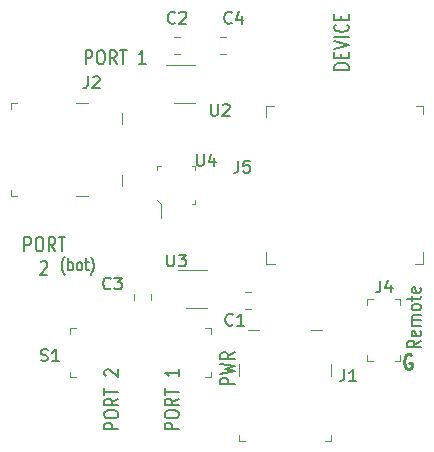
<source format=gbr>
G04 #@! TF.GenerationSoftware,KiCad,Pcbnew,(5.1.4)-1*
G04 #@! TF.CreationDate,2019-10-26T16:41:07-04:00*
G04 #@! TF.ProjectId,USB_HubSwitch,5553425f-4875-4625-9377-697463682e6b,rev?*
G04 #@! TF.SameCoordinates,Original*
G04 #@! TF.FileFunction,Legend,Top*
G04 #@! TF.FilePolarity,Positive*
%FSLAX46Y46*%
G04 Gerber Fmt 4.6, Leading zero omitted, Abs format (unit mm)*
G04 Created by KiCad (PCBNEW (5.1.4)-1) date 2019-10-26 16:41:07*
%MOMM*%
%LPD*%
G04 APERTURE LIST*
%ADD10C,0.250000*%
%ADD11C,0.200000*%
%ADD12C,0.180000*%
%ADD13C,0.100000*%
%ADD14C,0.120000*%
%ADD15C,0.150000*%
G04 APERTURE END LIST*
D10*
X133871904Y-107610000D02*
X133776666Y-107552857D01*
X133633809Y-107552857D01*
X133490952Y-107610000D01*
X133395714Y-107724285D01*
X133348095Y-107838571D01*
X133300476Y-108067142D01*
X133300476Y-108238571D01*
X133348095Y-108467142D01*
X133395714Y-108581428D01*
X133490952Y-108695714D01*
X133633809Y-108752857D01*
X133729047Y-108752857D01*
X133871904Y-108695714D01*
X133919523Y-108638571D01*
X133919523Y-108238571D01*
X133729047Y-108238571D01*
D11*
X118942857Y-110083333D02*
X117742857Y-110083333D01*
X117742857Y-109702380D01*
X117800000Y-109607142D01*
X117857142Y-109559523D01*
X117971428Y-109511904D01*
X118142857Y-109511904D01*
X118257142Y-109559523D01*
X118314285Y-109607142D01*
X118371428Y-109702380D01*
X118371428Y-110083333D01*
X117742857Y-109178571D02*
X118942857Y-108940476D01*
X118085714Y-108750000D01*
X118942857Y-108559523D01*
X117742857Y-108321428D01*
X118942857Y-107369047D02*
X118371428Y-107702380D01*
X118942857Y-107940476D02*
X117742857Y-107940476D01*
X117742857Y-107559523D01*
X117800000Y-107464285D01*
X117857142Y-107416666D01*
X117971428Y-107369047D01*
X118142857Y-107369047D01*
X118257142Y-107416666D01*
X118314285Y-107464285D01*
X118371428Y-107559523D01*
X118371428Y-107940476D01*
X128592857Y-83433333D02*
X127392857Y-83433333D01*
X127392857Y-83195238D01*
X127450000Y-83052380D01*
X127564285Y-82957142D01*
X127678571Y-82909523D01*
X127907142Y-82861904D01*
X128078571Y-82861904D01*
X128307142Y-82909523D01*
X128421428Y-82957142D01*
X128535714Y-83052380D01*
X128592857Y-83195238D01*
X128592857Y-83433333D01*
X127964285Y-82433333D02*
X127964285Y-82100000D01*
X128592857Y-81957142D02*
X128592857Y-82433333D01*
X127392857Y-82433333D01*
X127392857Y-81957142D01*
X127392857Y-81671428D02*
X128592857Y-81338095D01*
X127392857Y-81004761D01*
X128592857Y-80671428D02*
X127392857Y-80671428D01*
X128478571Y-79623809D02*
X128535714Y-79671428D01*
X128592857Y-79814285D01*
X128592857Y-79909523D01*
X128535714Y-80052380D01*
X128421428Y-80147619D01*
X128307142Y-80195238D01*
X128078571Y-80242857D01*
X127907142Y-80242857D01*
X127678571Y-80195238D01*
X127564285Y-80147619D01*
X127450000Y-80052380D01*
X127392857Y-79909523D01*
X127392857Y-79814285D01*
X127450000Y-79671428D01*
X127507142Y-79623809D01*
X127964285Y-79195238D02*
X127964285Y-78861904D01*
X128592857Y-78719047D02*
X128592857Y-79195238D01*
X127392857Y-79195238D01*
X127392857Y-78719047D01*
D12*
X104540000Y-100803333D02*
X104500000Y-100755714D01*
X104420000Y-100612857D01*
X104380000Y-100517619D01*
X104340000Y-100374761D01*
X104300000Y-100136666D01*
X104300000Y-99946190D01*
X104340000Y-99708095D01*
X104380000Y-99565238D01*
X104420000Y-99470000D01*
X104500000Y-99327142D01*
X104540000Y-99279523D01*
X104860000Y-100422380D02*
X104860000Y-99422380D01*
X104860000Y-99803333D02*
X104940000Y-99755714D01*
X105100000Y-99755714D01*
X105180000Y-99803333D01*
X105220000Y-99850952D01*
X105260000Y-99946190D01*
X105260000Y-100231904D01*
X105220000Y-100327142D01*
X105180000Y-100374761D01*
X105100000Y-100422380D01*
X104940000Y-100422380D01*
X104860000Y-100374761D01*
X105740000Y-100422380D02*
X105660000Y-100374761D01*
X105620000Y-100327142D01*
X105580000Y-100231904D01*
X105580000Y-99946190D01*
X105620000Y-99850952D01*
X105660000Y-99803333D01*
X105740000Y-99755714D01*
X105860000Y-99755714D01*
X105940000Y-99803333D01*
X105980000Y-99850952D01*
X106020000Y-99946190D01*
X106020000Y-100231904D01*
X105980000Y-100327142D01*
X105940000Y-100374761D01*
X105860000Y-100422380D01*
X105740000Y-100422380D01*
X106260000Y-99755714D02*
X106580000Y-99755714D01*
X106380000Y-99422380D02*
X106380000Y-100279523D01*
X106420000Y-100374761D01*
X106500000Y-100422380D01*
X106580000Y-100422380D01*
X106780000Y-100803333D02*
X106820000Y-100755714D01*
X106900000Y-100612857D01*
X106940000Y-100517619D01*
X106980000Y-100374761D01*
X107020000Y-100136666D01*
X107020000Y-99946190D01*
X106980000Y-99708095D01*
X106940000Y-99565238D01*
X106900000Y-99470000D01*
X106820000Y-99327142D01*
X106780000Y-99279523D01*
D11*
X101133333Y-98832857D02*
X101133333Y-97632857D01*
X101514285Y-97632857D01*
X101609523Y-97690000D01*
X101657142Y-97747142D01*
X101704761Y-97861428D01*
X101704761Y-98032857D01*
X101657142Y-98147142D01*
X101609523Y-98204285D01*
X101514285Y-98261428D01*
X101133333Y-98261428D01*
X102323809Y-97632857D02*
X102514285Y-97632857D01*
X102609523Y-97690000D01*
X102704761Y-97804285D01*
X102752380Y-98032857D01*
X102752380Y-98432857D01*
X102704761Y-98661428D01*
X102609523Y-98775714D01*
X102514285Y-98832857D01*
X102323809Y-98832857D01*
X102228571Y-98775714D01*
X102133333Y-98661428D01*
X102085714Y-98432857D01*
X102085714Y-98032857D01*
X102133333Y-97804285D01*
X102228571Y-97690000D01*
X102323809Y-97632857D01*
X103752380Y-98832857D02*
X103419047Y-98261428D01*
X103180952Y-98832857D02*
X103180952Y-97632857D01*
X103561904Y-97632857D01*
X103657142Y-97690000D01*
X103704761Y-97747142D01*
X103752380Y-97861428D01*
X103752380Y-98032857D01*
X103704761Y-98147142D01*
X103657142Y-98204285D01*
X103561904Y-98261428D01*
X103180952Y-98261428D01*
X104038095Y-97632857D02*
X104609523Y-97632857D01*
X104323809Y-98832857D02*
X104323809Y-97632857D01*
X102514285Y-99747142D02*
X102561904Y-99690000D01*
X102657142Y-99632857D01*
X102895238Y-99632857D01*
X102990476Y-99690000D01*
X103038095Y-99747142D01*
X103085714Y-99861428D01*
X103085714Y-99975714D01*
X103038095Y-100147142D01*
X102466666Y-100832857D01*
X103085714Y-100832857D01*
X134732857Y-106392380D02*
X134161428Y-106725714D01*
X134732857Y-106963809D02*
X133532857Y-106963809D01*
X133532857Y-106582857D01*
X133590000Y-106487619D01*
X133647142Y-106440000D01*
X133761428Y-106392380D01*
X133932857Y-106392380D01*
X134047142Y-106440000D01*
X134104285Y-106487619D01*
X134161428Y-106582857D01*
X134161428Y-106963809D01*
X134675714Y-105582857D02*
X134732857Y-105678095D01*
X134732857Y-105868571D01*
X134675714Y-105963809D01*
X134561428Y-106011428D01*
X134104285Y-106011428D01*
X133990000Y-105963809D01*
X133932857Y-105868571D01*
X133932857Y-105678095D01*
X133990000Y-105582857D01*
X134104285Y-105535238D01*
X134218571Y-105535238D01*
X134332857Y-106011428D01*
X134732857Y-105106666D02*
X133932857Y-105106666D01*
X134047142Y-105106666D02*
X133990000Y-105059047D01*
X133932857Y-104963809D01*
X133932857Y-104820952D01*
X133990000Y-104725714D01*
X134104285Y-104678095D01*
X134732857Y-104678095D01*
X134104285Y-104678095D02*
X133990000Y-104630476D01*
X133932857Y-104535238D01*
X133932857Y-104392380D01*
X133990000Y-104297142D01*
X134104285Y-104249523D01*
X134732857Y-104249523D01*
X134732857Y-103630476D02*
X134675714Y-103725714D01*
X134618571Y-103773333D01*
X134504285Y-103820952D01*
X134161428Y-103820952D01*
X134047142Y-103773333D01*
X133990000Y-103725714D01*
X133932857Y-103630476D01*
X133932857Y-103487619D01*
X133990000Y-103392380D01*
X134047142Y-103344761D01*
X134161428Y-103297142D01*
X134504285Y-103297142D01*
X134618571Y-103344761D01*
X134675714Y-103392380D01*
X134732857Y-103487619D01*
X134732857Y-103630476D01*
X133932857Y-103011428D02*
X133932857Y-102630476D01*
X133532857Y-102868571D02*
X134561428Y-102868571D01*
X134675714Y-102820952D01*
X134732857Y-102725714D01*
X134732857Y-102630476D01*
X134675714Y-101916190D02*
X134732857Y-102011428D01*
X134732857Y-102201904D01*
X134675714Y-102297142D01*
X134561428Y-102344761D01*
X134104285Y-102344761D01*
X133990000Y-102297142D01*
X133932857Y-102201904D01*
X133932857Y-102011428D01*
X133990000Y-101916190D01*
X134104285Y-101868571D01*
X134218571Y-101868571D01*
X134332857Y-102344761D01*
X109092857Y-113902809D02*
X107892857Y-113902809D01*
X107892857Y-113521857D01*
X107950000Y-113426619D01*
X108007142Y-113379000D01*
X108121428Y-113331380D01*
X108292857Y-113331380D01*
X108407142Y-113379000D01*
X108464285Y-113426619D01*
X108521428Y-113521857D01*
X108521428Y-113902809D01*
X107892857Y-112712333D02*
X107892857Y-112521857D01*
X107950000Y-112426619D01*
X108064285Y-112331380D01*
X108292857Y-112283761D01*
X108692857Y-112283761D01*
X108921428Y-112331380D01*
X109035714Y-112426619D01*
X109092857Y-112521857D01*
X109092857Y-112712333D01*
X109035714Y-112807571D01*
X108921428Y-112902809D01*
X108692857Y-112950428D01*
X108292857Y-112950428D01*
X108064285Y-112902809D01*
X107950000Y-112807571D01*
X107892857Y-112712333D01*
X109092857Y-111283761D02*
X108521428Y-111617095D01*
X109092857Y-111855190D02*
X107892857Y-111855190D01*
X107892857Y-111474238D01*
X107950000Y-111379000D01*
X108007142Y-111331380D01*
X108121428Y-111283761D01*
X108292857Y-111283761D01*
X108407142Y-111331380D01*
X108464285Y-111379000D01*
X108521428Y-111474238D01*
X108521428Y-111855190D01*
X107892857Y-110998047D02*
X107892857Y-110426619D01*
X109092857Y-110712333D02*
X107892857Y-110712333D01*
X108007142Y-109379000D02*
X107950000Y-109331380D01*
X107892857Y-109236142D01*
X107892857Y-108998047D01*
X107950000Y-108902809D01*
X108007142Y-108855190D01*
X108121428Y-108807571D01*
X108235714Y-108807571D01*
X108407142Y-108855190D01*
X109092857Y-109426619D01*
X109092857Y-108807571D01*
X114222857Y-113902809D02*
X113022857Y-113902809D01*
X113022857Y-113521857D01*
X113080000Y-113426619D01*
X113137142Y-113379000D01*
X113251428Y-113331380D01*
X113422857Y-113331380D01*
X113537142Y-113379000D01*
X113594285Y-113426619D01*
X113651428Y-113521857D01*
X113651428Y-113902809D01*
X113022857Y-112712333D02*
X113022857Y-112521857D01*
X113080000Y-112426619D01*
X113194285Y-112331380D01*
X113422857Y-112283761D01*
X113822857Y-112283761D01*
X114051428Y-112331380D01*
X114165714Y-112426619D01*
X114222857Y-112521857D01*
X114222857Y-112712333D01*
X114165714Y-112807571D01*
X114051428Y-112902809D01*
X113822857Y-112950428D01*
X113422857Y-112950428D01*
X113194285Y-112902809D01*
X113080000Y-112807571D01*
X113022857Y-112712333D01*
X114222857Y-111283761D02*
X113651428Y-111617095D01*
X114222857Y-111855190D02*
X113022857Y-111855190D01*
X113022857Y-111474238D01*
X113080000Y-111379000D01*
X113137142Y-111331380D01*
X113251428Y-111283761D01*
X113422857Y-111283761D01*
X113537142Y-111331380D01*
X113594285Y-111379000D01*
X113651428Y-111474238D01*
X113651428Y-111855190D01*
X113022857Y-110998047D02*
X113022857Y-110426619D01*
X114222857Y-110712333D02*
X113022857Y-110712333D01*
X114222857Y-108807571D02*
X114222857Y-109379000D01*
X114222857Y-109093285D02*
X113022857Y-109093285D01*
X113194285Y-109188523D01*
X113308571Y-109283761D01*
X113365714Y-109379000D01*
X106326190Y-82992857D02*
X106326190Y-81792857D01*
X106707142Y-81792857D01*
X106802380Y-81850000D01*
X106850000Y-81907142D01*
X106897619Y-82021428D01*
X106897619Y-82192857D01*
X106850000Y-82307142D01*
X106802380Y-82364285D01*
X106707142Y-82421428D01*
X106326190Y-82421428D01*
X107516666Y-81792857D02*
X107707142Y-81792857D01*
X107802380Y-81850000D01*
X107897619Y-81964285D01*
X107945238Y-82192857D01*
X107945238Y-82592857D01*
X107897619Y-82821428D01*
X107802380Y-82935714D01*
X107707142Y-82992857D01*
X107516666Y-82992857D01*
X107421428Y-82935714D01*
X107326190Y-82821428D01*
X107278571Y-82592857D01*
X107278571Y-82192857D01*
X107326190Y-81964285D01*
X107421428Y-81850000D01*
X107516666Y-81792857D01*
X108945238Y-82992857D02*
X108611904Y-82421428D01*
X108373809Y-82992857D02*
X108373809Y-81792857D01*
X108754761Y-81792857D01*
X108850000Y-81850000D01*
X108897619Y-81907142D01*
X108945238Y-82021428D01*
X108945238Y-82192857D01*
X108897619Y-82307142D01*
X108850000Y-82364285D01*
X108754761Y-82421428D01*
X108373809Y-82421428D01*
X109230952Y-81792857D02*
X109802380Y-81792857D01*
X109516666Y-82992857D02*
X109516666Y-81792857D01*
X111421428Y-82992857D02*
X110850000Y-82992857D01*
X111135714Y-82992857D02*
X111135714Y-81792857D01*
X111040476Y-81964285D01*
X110945238Y-82078571D01*
X110850000Y-82135714D01*
D13*
X100000000Y-86300000D02*
X100500000Y-86300000D01*
X100000000Y-86300000D02*
X100000000Y-86800000D01*
X100000000Y-94100000D02*
X100500000Y-94100000D01*
X100000000Y-94100000D02*
X100000000Y-93600000D01*
X106000000Y-94100000D02*
X105500000Y-94100000D01*
X106000000Y-94100000D02*
X106500000Y-94100000D01*
X109400000Y-92400000D02*
X109400000Y-93300000D01*
X109400000Y-88000000D02*
X109400000Y-87100000D01*
X106000000Y-86300000D02*
X105500000Y-86300000D01*
X106000000Y-86300000D02*
X106500000Y-86300000D01*
X132980000Y-102840000D02*
X132480000Y-102840000D01*
X132980000Y-102840000D02*
X132980000Y-103340000D01*
X132980000Y-108140000D02*
X132480000Y-108140000D01*
X132980000Y-108140000D02*
X132980000Y-107640000D01*
X130180000Y-108140000D02*
X130680000Y-108140000D01*
X130180000Y-108140000D02*
X130180000Y-107640000D01*
X130180000Y-102840000D02*
X130680000Y-102840000D01*
X130180000Y-102840000D02*
X130180000Y-103340000D01*
X134905000Y-98900000D02*
X134905000Y-99875000D01*
X134905000Y-99875000D02*
X134230000Y-99875000D01*
X134255000Y-86525000D02*
X134905000Y-86525000D01*
X134905000Y-86525000D02*
X134905000Y-87225000D01*
X121575000Y-98850000D02*
X121575000Y-99875000D01*
X121575000Y-99875000D02*
X122375000Y-99875000D01*
X121575000Y-87475000D02*
X121575000Y-86525000D01*
X121575000Y-86525000D02*
X122300000Y-86525000D01*
X112400000Y-91900000D02*
X112400000Y-91600000D01*
X112400000Y-91600000D02*
X112700000Y-91600000D01*
X115300000Y-91600000D02*
X115600000Y-91600000D01*
X115600000Y-91600000D02*
X115600000Y-91900000D01*
X115600000Y-94500000D02*
X115600000Y-94800000D01*
X115600000Y-94800000D02*
X115300000Y-94800000D01*
X112400000Y-94500000D02*
X112700000Y-94800000D01*
X112700000Y-94800000D02*
X112700000Y-96000000D01*
X119300000Y-108850000D02*
X119300000Y-108350000D01*
X119300000Y-108850000D02*
X119300000Y-109350000D01*
X121000000Y-105450000D02*
X120100000Y-105450000D01*
X125400000Y-105450000D02*
X126300000Y-105450000D01*
X127100000Y-108850000D02*
X127100000Y-108350000D01*
X127100000Y-108850000D02*
X127100000Y-109350000D01*
X127100000Y-114850000D02*
X126600000Y-114850000D01*
X127100000Y-114850000D02*
X127100000Y-114350000D01*
X119300000Y-114850000D02*
X119800000Y-114850000D01*
X119300000Y-114850000D02*
X119300000Y-114350000D01*
X116900000Y-109500000D02*
X116400000Y-109500000D01*
X116900000Y-109500000D02*
X116900000Y-109000000D01*
X105000000Y-109500000D02*
X105500000Y-109500000D01*
X105000000Y-109500000D02*
X105000000Y-109000000D01*
X105000000Y-105300000D02*
X105500000Y-105300000D01*
X105000000Y-105300000D02*
X105000000Y-105800000D01*
X116900000Y-105300000D02*
X116900000Y-105800000D01*
X116900000Y-105300000D02*
X116400000Y-105300000D01*
D14*
X120321078Y-103710000D02*
X119803922Y-103710000D01*
X120321078Y-102290000D02*
X119803922Y-102290000D01*
X113803922Y-82110000D02*
X114321078Y-82110000D01*
X113803922Y-80690000D02*
X114321078Y-80690000D01*
X111860000Y-102428922D02*
X111860000Y-102946078D01*
X110440000Y-102428922D02*
X110440000Y-102946078D01*
X118196078Y-80690000D02*
X117678922Y-80690000D01*
X118196078Y-82110000D02*
X117678922Y-82110000D01*
X115600000Y-83040000D02*
X113150000Y-83040000D01*
X113800000Y-86260000D02*
X115600000Y-86260000D01*
X114800000Y-103660000D02*
X116600000Y-103660000D01*
X116600000Y-100440000D02*
X114150000Y-100440000D01*
D15*
X106516666Y-84002380D02*
X106516666Y-84716666D01*
X106469047Y-84859523D01*
X106373809Y-84954761D01*
X106230952Y-85002380D01*
X106135714Y-85002380D01*
X106945238Y-84097619D02*
X106992857Y-84050000D01*
X107088095Y-84002380D01*
X107326190Y-84002380D01*
X107421428Y-84050000D01*
X107469047Y-84097619D01*
X107516666Y-84192857D01*
X107516666Y-84288095D01*
X107469047Y-84430952D01*
X106897619Y-85002380D01*
X107516666Y-85002380D01*
X131266666Y-101302380D02*
X131266666Y-102016666D01*
X131219047Y-102159523D01*
X131123809Y-102254761D01*
X130980952Y-102302380D01*
X130885714Y-102302380D01*
X132171428Y-101635714D02*
X132171428Y-102302380D01*
X131933333Y-101254761D02*
X131695238Y-101969047D01*
X132314285Y-101969047D01*
X119251666Y-91152380D02*
X119251666Y-91866666D01*
X119204047Y-92009523D01*
X119108809Y-92104761D01*
X118965952Y-92152380D01*
X118870714Y-92152380D01*
X120204047Y-91152380D02*
X119727857Y-91152380D01*
X119680238Y-91628571D01*
X119727857Y-91580952D01*
X119823095Y-91533333D01*
X120061190Y-91533333D01*
X120156428Y-91580952D01*
X120204047Y-91628571D01*
X120251666Y-91723809D01*
X120251666Y-91961904D01*
X120204047Y-92057142D01*
X120156428Y-92104761D01*
X120061190Y-92152380D01*
X119823095Y-92152380D01*
X119727857Y-92104761D01*
X119680238Y-92057142D01*
X115738095Y-90602380D02*
X115738095Y-91411904D01*
X115785714Y-91507142D01*
X115833333Y-91554761D01*
X115928571Y-91602380D01*
X116119047Y-91602380D01*
X116214285Y-91554761D01*
X116261904Y-91507142D01*
X116309523Y-91411904D01*
X116309523Y-90602380D01*
X117214285Y-90935714D02*
X117214285Y-91602380D01*
X116976190Y-90554761D02*
X116738095Y-91269047D01*
X117357142Y-91269047D01*
X128216666Y-108802380D02*
X128216666Y-109516666D01*
X128169047Y-109659523D01*
X128073809Y-109754761D01*
X127930952Y-109802380D01*
X127835714Y-109802380D01*
X129216666Y-109802380D02*
X128645238Y-109802380D01*
X128930952Y-109802380D02*
X128930952Y-108802380D01*
X128835714Y-108945238D01*
X128740476Y-109040476D01*
X128645238Y-109088095D01*
X102538095Y-108054761D02*
X102680952Y-108102380D01*
X102919047Y-108102380D01*
X103014285Y-108054761D01*
X103061904Y-108007142D01*
X103109523Y-107911904D01*
X103109523Y-107816666D01*
X103061904Y-107721428D01*
X103014285Y-107673809D01*
X102919047Y-107626190D01*
X102728571Y-107578571D01*
X102633333Y-107530952D01*
X102585714Y-107483333D01*
X102538095Y-107388095D01*
X102538095Y-107292857D01*
X102585714Y-107197619D01*
X102633333Y-107150000D01*
X102728571Y-107102380D01*
X102966666Y-107102380D01*
X103109523Y-107150000D01*
X104061904Y-108102380D02*
X103490476Y-108102380D01*
X103776190Y-108102380D02*
X103776190Y-107102380D01*
X103680952Y-107245238D01*
X103585714Y-107340476D01*
X103490476Y-107388095D01*
X118783333Y-105007142D02*
X118735714Y-105054761D01*
X118592857Y-105102380D01*
X118497619Y-105102380D01*
X118354761Y-105054761D01*
X118259523Y-104959523D01*
X118211904Y-104864285D01*
X118164285Y-104673809D01*
X118164285Y-104530952D01*
X118211904Y-104340476D01*
X118259523Y-104245238D01*
X118354761Y-104150000D01*
X118497619Y-104102380D01*
X118592857Y-104102380D01*
X118735714Y-104150000D01*
X118783333Y-104197619D01*
X119735714Y-105102380D02*
X119164285Y-105102380D01*
X119450000Y-105102380D02*
X119450000Y-104102380D01*
X119354761Y-104245238D01*
X119259523Y-104340476D01*
X119164285Y-104388095D01*
X113883333Y-79457142D02*
X113835714Y-79504761D01*
X113692857Y-79552380D01*
X113597619Y-79552380D01*
X113454761Y-79504761D01*
X113359523Y-79409523D01*
X113311904Y-79314285D01*
X113264285Y-79123809D01*
X113264285Y-78980952D01*
X113311904Y-78790476D01*
X113359523Y-78695238D01*
X113454761Y-78600000D01*
X113597619Y-78552380D01*
X113692857Y-78552380D01*
X113835714Y-78600000D01*
X113883333Y-78647619D01*
X114264285Y-78647619D02*
X114311904Y-78600000D01*
X114407142Y-78552380D01*
X114645238Y-78552380D01*
X114740476Y-78600000D01*
X114788095Y-78647619D01*
X114835714Y-78742857D01*
X114835714Y-78838095D01*
X114788095Y-78980952D01*
X114216666Y-79552380D01*
X114835714Y-79552380D01*
X108433333Y-101957142D02*
X108385714Y-102004761D01*
X108242857Y-102052380D01*
X108147619Y-102052380D01*
X108004761Y-102004761D01*
X107909523Y-101909523D01*
X107861904Y-101814285D01*
X107814285Y-101623809D01*
X107814285Y-101480952D01*
X107861904Y-101290476D01*
X107909523Y-101195238D01*
X108004761Y-101100000D01*
X108147619Y-101052380D01*
X108242857Y-101052380D01*
X108385714Y-101100000D01*
X108433333Y-101147619D01*
X108766666Y-101052380D02*
X109385714Y-101052380D01*
X109052380Y-101433333D01*
X109195238Y-101433333D01*
X109290476Y-101480952D01*
X109338095Y-101528571D01*
X109385714Y-101623809D01*
X109385714Y-101861904D01*
X109338095Y-101957142D01*
X109290476Y-102004761D01*
X109195238Y-102052380D01*
X108909523Y-102052380D01*
X108814285Y-102004761D01*
X108766666Y-101957142D01*
X118683333Y-79457142D02*
X118635714Y-79504761D01*
X118492857Y-79552380D01*
X118397619Y-79552380D01*
X118254761Y-79504761D01*
X118159523Y-79409523D01*
X118111904Y-79314285D01*
X118064285Y-79123809D01*
X118064285Y-78980952D01*
X118111904Y-78790476D01*
X118159523Y-78695238D01*
X118254761Y-78600000D01*
X118397619Y-78552380D01*
X118492857Y-78552380D01*
X118635714Y-78600000D01*
X118683333Y-78647619D01*
X119540476Y-78885714D02*
X119540476Y-79552380D01*
X119302380Y-78504761D02*
X119064285Y-79219047D01*
X119683333Y-79219047D01*
X116938095Y-86352380D02*
X116938095Y-87161904D01*
X116985714Y-87257142D01*
X117033333Y-87304761D01*
X117128571Y-87352380D01*
X117319047Y-87352380D01*
X117414285Y-87304761D01*
X117461904Y-87257142D01*
X117509523Y-87161904D01*
X117509523Y-86352380D01*
X117938095Y-86447619D02*
X117985714Y-86400000D01*
X118080952Y-86352380D01*
X118319047Y-86352380D01*
X118414285Y-86400000D01*
X118461904Y-86447619D01*
X118509523Y-86542857D01*
X118509523Y-86638095D01*
X118461904Y-86780952D01*
X117890476Y-87352380D01*
X118509523Y-87352380D01*
X113238095Y-99102380D02*
X113238095Y-99911904D01*
X113285714Y-100007142D01*
X113333333Y-100054761D01*
X113428571Y-100102380D01*
X113619047Y-100102380D01*
X113714285Y-100054761D01*
X113761904Y-100007142D01*
X113809523Y-99911904D01*
X113809523Y-99102380D01*
X114190476Y-99102380D02*
X114809523Y-99102380D01*
X114476190Y-99483333D01*
X114619047Y-99483333D01*
X114714285Y-99530952D01*
X114761904Y-99578571D01*
X114809523Y-99673809D01*
X114809523Y-99911904D01*
X114761904Y-100007142D01*
X114714285Y-100054761D01*
X114619047Y-100102380D01*
X114333333Y-100102380D01*
X114238095Y-100054761D01*
X114190476Y-100007142D01*
M02*

</source>
